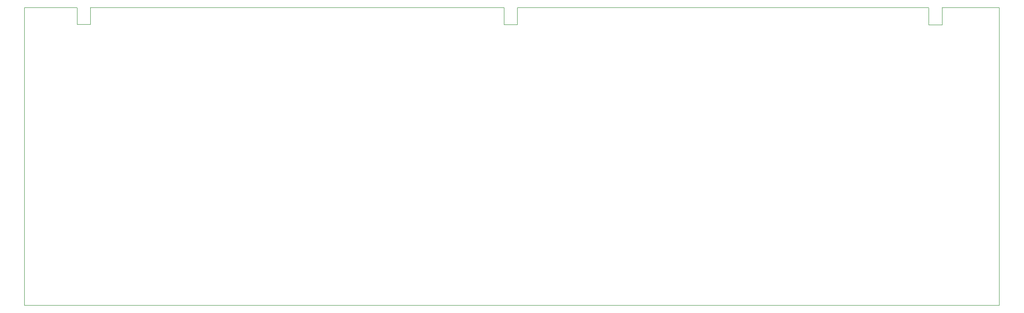
<source format=gbr>
G04 #@! TF.GenerationSoftware,KiCad,Pcbnew,(5.0.2-5)-5*
G04 #@! TF.CreationDate,2019-04-21T12:33:14+02:00*
G04 #@! TF.ProjectId,FPGAtom,46504741-746f-46d2-9e6b-696361645f70,rev?*
G04 #@! TF.SameCoordinates,Original*
G04 #@! TF.FileFunction,Profile,NP*
%FSLAX46Y46*%
G04 Gerber Fmt 4.6, Leading zero omitted, Abs format (unit mm)*
G04 Created by KiCad (PCBNEW (5.0.2-5)-5) date Sunday, 21 April 2019 at 12:33:14*
%MOMM*%
%LPD*%
G01*
G04 APERTURE LIST*
%ADD10C,0.150000*%
G04 APERTURE END LIST*
D10*
X31242000Y-80772000D02*
X31242000Y-193040000D01*
X51054000Y-80772000D02*
X31242000Y-80772000D01*
X212079840Y-80807560D02*
X55976520Y-80807560D01*
X372181120Y-80807560D02*
X217093800Y-80807560D01*
X398780000Y-80772000D02*
X377190000Y-80772000D01*
X372193820Y-80982820D02*
X372193820Y-87287100D01*
X372193820Y-87287100D02*
X377202700Y-87287100D01*
X377202700Y-87287100D02*
X377202700Y-80896460D01*
X217081100Y-87213440D02*
X217081100Y-80822800D01*
X212072220Y-87213440D02*
X217081100Y-87213440D01*
X212072220Y-80909160D02*
X212072220Y-87213440D01*
X56080660Y-87195660D02*
X56080660Y-80805020D01*
X51071780Y-87195660D02*
X56080660Y-87195660D01*
X51071780Y-80891380D02*
X51071780Y-87195660D01*
X398780000Y-193065400D02*
X398780000Y-80772000D01*
X31242000Y-193040000D02*
X398780000Y-193040000D01*
M02*

</source>
